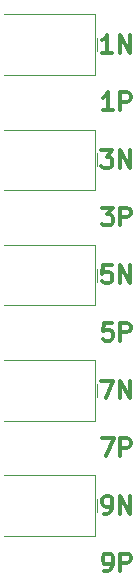
<source format=gbr>
G04 #@! TF.GenerationSoftware,KiCad,Pcbnew,(5.0.2)-1*
G04 #@! TF.CreationDate,2019-09-04T12:41:45-04:00*
G04 #@! TF.ProjectId,MMCX_2DD-100P_Odd,4d4d4358-5f32-4444-942d-313030505f4f,rev?*
G04 #@! TF.SameCoordinates,Original*
G04 #@! TF.FileFunction,Legend,Top*
G04 #@! TF.FilePolarity,Positive*
%FSLAX46Y46*%
G04 Gerber Fmt 4.6, Leading zero omitted, Abs format (unit mm)*
G04 Created by KiCad (PCBNEW (5.0.2)-1) date 9/4/2019 12:41:45 PM*
%MOMM*%
%LPD*%
G01*
G04 APERTURE LIST*
%ADD10C,0.300000*%
%ADD11C,0.120000*%
G04 APERTURE END LIST*
D10*
X148810382Y-69202896D02*
X149096097Y-69202896D01*
X149238954Y-69131467D01*
X149310382Y-69060039D01*
X149453239Y-68845753D01*
X149524668Y-68560039D01*
X149524668Y-67988610D01*
X149453239Y-67845753D01*
X149381811Y-67774325D01*
X149238954Y-67702896D01*
X148953239Y-67702896D01*
X148810382Y-67774325D01*
X148738954Y-67845753D01*
X148667525Y-67988610D01*
X148667525Y-68345753D01*
X148738954Y-68488610D01*
X148810382Y-68560039D01*
X148953239Y-68631467D01*
X149238954Y-68631467D01*
X149381811Y-68560039D01*
X149453239Y-68488610D01*
X149524668Y-68345753D01*
X150167525Y-69202896D02*
X150167525Y-67702896D01*
X150738954Y-67702896D01*
X150881811Y-67774325D01*
X150953239Y-67845753D01*
X151024668Y-67988610D01*
X151024668Y-68202896D01*
X150953239Y-68345753D01*
X150881811Y-68417182D01*
X150738954Y-68488610D01*
X150167525Y-68488610D01*
X148774668Y-64323636D02*
X149060382Y-64323636D01*
X149203239Y-64252207D01*
X149274668Y-64180779D01*
X149417525Y-63966493D01*
X149488954Y-63680779D01*
X149488954Y-63109350D01*
X149417525Y-62966493D01*
X149346097Y-62895065D01*
X149203239Y-62823636D01*
X148917525Y-62823636D01*
X148774668Y-62895065D01*
X148703239Y-62966493D01*
X148631811Y-63109350D01*
X148631811Y-63466493D01*
X148703239Y-63609350D01*
X148774668Y-63680779D01*
X148917525Y-63752207D01*
X149203239Y-63752207D01*
X149346097Y-63680779D01*
X149417525Y-63609350D01*
X149488954Y-63466493D01*
X150131811Y-64323636D02*
X150131811Y-62823636D01*
X150988954Y-64323636D01*
X150988954Y-62823636D01*
X148596097Y-57944376D02*
X149596097Y-57944376D01*
X148953239Y-59444376D01*
X150167525Y-59444376D02*
X150167525Y-57944376D01*
X150738954Y-57944376D01*
X150881811Y-58015805D01*
X150953239Y-58087233D01*
X151024668Y-58230090D01*
X151024668Y-58444376D01*
X150953239Y-58587233D01*
X150881811Y-58658662D01*
X150738954Y-58730090D01*
X150167525Y-58730090D01*
X148560382Y-53065116D02*
X149560382Y-53065116D01*
X148917525Y-54565116D01*
X150131811Y-54565116D02*
X150131811Y-53065116D01*
X150988954Y-54565116D01*
X150988954Y-53065116D01*
X149453239Y-48185856D02*
X148738954Y-48185856D01*
X148667525Y-48900142D01*
X148738954Y-48828713D01*
X148881811Y-48757285D01*
X149238954Y-48757285D01*
X149381811Y-48828713D01*
X149453239Y-48900142D01*
X149524668Y-49042999D01*
X149524668Y-49400142D01*
X149453239Y-49542999D01*
X149381811Y-49614427D01*
X149238954Y-49685856D01*
X148881811Y-49685856D01*
X148738954Y-49614427D01*
X148667525Y-49542999D01*
X150167525Y-49685856D02*
X150167525Y-48185856D01*
X150738954Y-48185856D01*
X150881811Y-48257285D01*
X150953239Y-48328713D01*
X151024668Y-48471570D01*
X151024668Y-48685856D01*
X150953239Y-48828713D01*
X150881811Y-48900142D01*
X150738954Y-48971570D01*
X150167525Y-48971570D01*
X149417525Y-43306596D02*
X148703239Y-43306596D01*
X148631811Y-44020882D01*
X148703239Y-43949453D01*
X148846097Y-43878025D01*
X149203239Y-43878025D01*
X149346097Y-43949453D01*
X149417525Y-44020882D01*
X149488954Y-44163739D01*
X149488954Y-44520882D01*
X149417525Y-44663739D01*
X149346097Y-44735167D01*
X149203239Y-44806596D01*
X148846097Y-44806596D01*
X148703239Y-44735167D01*
X148631811Y-44663739D01*
X150131811Y-44806596D02*
X150131811Y-43306596D01*
X150988954Y-44806596D01*
X150988954Y-43306596D01*
X148596097Y-38427336D02*
X149524668Y-38427336D01*
X149024668Y-38998765D01*
X149238954Y-38998765D01*
X149381811Y-39070193D01*
X149453239Y-39141622D01*
X149524668Y-39284479D01*
X149524668Y-39641622D01*
X149453239Y-39784479D01*
X149381811Y-39855907D01*
X149238954Y-39927336D01*
X148810382Y-39927336D01*
X148667525Y-39855907D01*
X148596097Y-39784479D01*
X150167525Y-39927336D02*
X150167525Y-38427336D01*
X150738954Y-38427336D01*
X150881811Y-38498765D01*
X150953239Y-38570193D01*
X151024668Y-38713050D01*
X151024668Y-38927336D01*
X150953239Y-39070193D01*
X150881811Y-39141622D01*
X150738954Y-39213050D01*
X150167525Y-39213050D01*
X148560382Y-33548076D02*
X149488954Y-33548076D01*
X148988954Y-34119505D01*
X149203239Y-34119505D01*
X149346097Y-34190933D01*
X149417525Y-34262362D01*
X149488954Y-34405219D01*
X149488954Y-34762362D01*
X149417525Y-34905219D01*
X149346097Y-34976647D01*
X149203239Y-35048076D01*
X148774668Y-35048076D01*
X148631811Y-34976647D01*
X148560382Y-34905219D01*
X150131811Y-35048076D02*
X150131811Y-33548076D01*
X150988954Y-35048076D01*
X150988954Y-33548076D01*
X149524668Y-30168816D02*
X148667525Y-30168816D01*
X149096097Y-30168816D02*
X149096097Y-28668816D01*
X148953239Y-28883102D01*
X148810382Y-29025959D01*
X148667525Y-29097387D01*
X150167525Y-30168816D02*
X150167525Y-28668816D01*
X150738954Y-28668816D01*
X150881811Y-28740245D01*
X150953239Y-28811673D01*
X151024668Y-28954530D01*
X151024668Y-29168816D01*
X150953239Y-29311673D01*
X150881811Y-29383102D01*
X150738954Y-29454530D01*
X150167525Y-29454530D01*
X149488954Y-25289556D02*
X148631811Y-25289556D01*
X149060382Y-25289556D02*
X149060382Y-23789556D01*
X148917525Y-24003842D01*
X148774668Y-24146699D01*
X148631811Y-24218127D01*
X150131811Y-25289556D02*
X150131811Y-23789556D01*
X150988954Y-25289556D01*
X150988954Y-23789556D01*
D11*
G04 #@! TO.C,J3*
X140300985Y-22050985D02*
X148000985Y-22050985D01*
X148000985Y-27170985D02*
X148000985Y-22050985D01*
X140300985Y-27170985D02*
X148000985Y-27170985D01*
X148200985Y-24060985D02*
X148200985Y-25160985D01*
G04 #@! TO.C,J6*
X148200985Y-33819505D02*
X148200985Y-34919505D01*
X140300985Y-36929505D02*
X148000985Y-36929505D01*
X148000985Y-36929505D02*
X148000985Y-31809505D01*
X140300985Y-31809505D02*
X148000985Y-31809505D01*
G04 #@! TO.C,J9*
X148200985Y-43578025D02*
X148200985Y-44678025D01*
X140300985Y-46688025D02*
X148000985Y-46688025D01*
X148000985Y-46688025D02*
X148000985Y-41568025D01*
X140300985Y-41568025D02*
X148000985Y-41568025D01*
G04 #@! TO.C,J12*
X148200985Y-53336545D02*
X148200985Y-54436545D01*
X140300985Y-56446545D02*
X148000985Y-56446545D01*
X148000985Y-56446545D02*
X148000985Y-51326545D01*
X140300985Y-51326545D02*
X148000985Y-51326545D01*
G04 #@! TO.C,J15*
X148200985Y-63095065D02*
X148200985Y-64195065D01*
X140300985Y-66205065D02*
X148000985Y-66205065D01*
X148000985Y-66205065D02*
X148000985Y-61085065D01*
X140300985Y-61085065D02*
X148000985Y-61085065D01*
G04 #@! TD*
M02*

</source>
